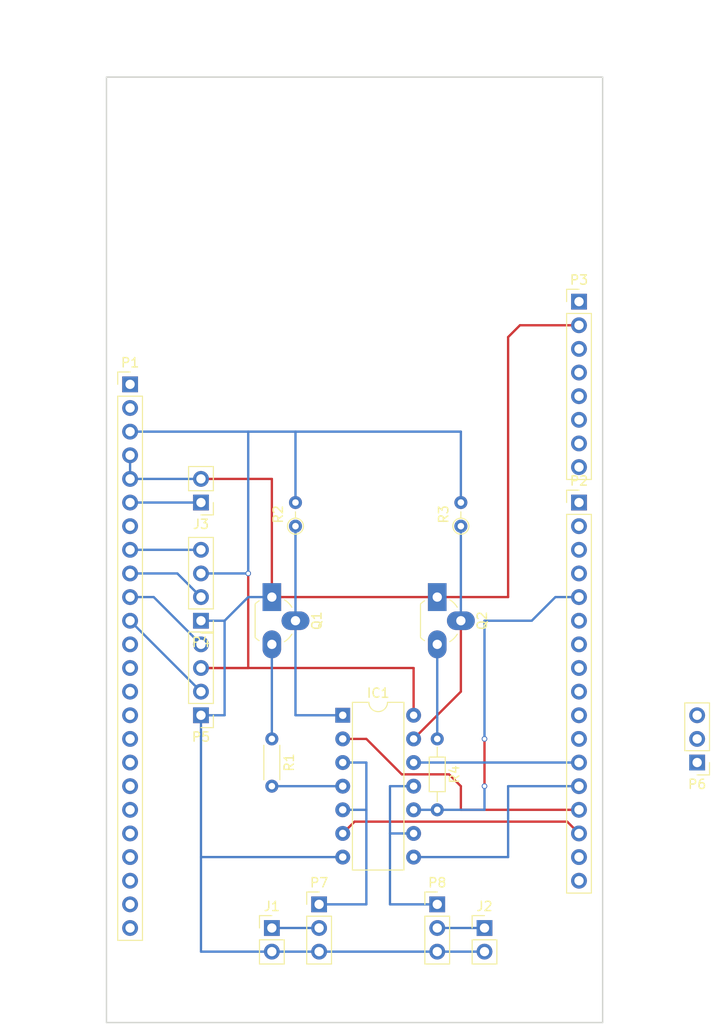
<source format=kicad_pcb>
(kicad_pcb (version 4) (host pcbnew 4.0.1-stable)

  (general
    (links 45)
    (no_connects 4)
    (area 199.314999 43.104999 252.805001 144.855001)
    (thickness 1.6)
    (drawings 19)
    (tracks 84)
    (zones 0)
    (modules 18)
    (nets 56)
  )

  (page A4)
  (layers
    (0 F.Cu signal)
    (31 B.Cu signal)
    (32 B.Adhes user)
    (33 F.Adhes user)
    (34 B.Paste user)
    (35 F.Paste user)
    (36 B.SilkS user)
    (37 F.SilkS user)
    (38 B.Mask user)
    (39 F.Mask user)
    (40 Dwgs.User user)
    (41 Cmts.User user)
    (42 Eco1.User user)
    (43 Eco2.User user)
    (44 Edge.Cuts user)
    (45 Margin user)
    (46 B.CrtYd user)
    (47 F.CrtYd user)
    (48 B.Fab user)
    (49 F.Fab user)
  )

  (setup
    (last_trace_width 0.25)
    (trace_clearance 0.2)
    (zone_clearance 0.508)
    (zone_45_only no)
    (trace_min 0.2)
    (segment_width 0.2)
    (edge_width 0.15)
    (via_size 0.6)
    (via_drill 0.4)
    (via_min_size 0.4)
    (via_min_drill 0.3)
    (uvia_size 0.3)
    (uvia_drill 0.1)
    (uvias_allowed no)
    (uvia_min_size 0.2)
    (uvia_min_drill 0.1)
    (pcb_text_width 0.3)
    (pcb_text_size 1.5 1.5)
    (mod_edge_width 0.15)
    (mod_text_size 1 1)
    (mod_text_width 0.15)
    (pad_size 1.524 1.524)
    (pad_drill 0.762)
    (pad_to_mask_clearance 0.2)
    (aux_axis_origin 0 0)
    (grid_origin 166.37 22.86)
    (visible_elements 7FFFFFFF)
    (pcbplotparams
      (layerselection 0x00030_80000001)
      (usegerberextensions false)
      (excludeedgelayer true)
      (linewidth 0.100000)
      (plotframeref false)
      (viasonmask false)
      (mode 1)
      (useauxorigin false)
      (hpglpennumber 1)
      (hpglpenspeed 20)
      (hpglpendiameter 15)
      (hpglpenoverlay 2)
      (psnegative false)
      (psa4output false)
      (plotreference true)
      (plotvalue true)
      (plotinvisibletext false)
      (padsonsilk false)
      (subtractmaskfromsilk false)
      (outputformat 1)
      (mirror false)
      (drillshape 1)
      (scaleselection 1)
      (outputdirectory ""))
  )

  (net 0 "")
  (net 1 SVH11V1)
  (net 2 CTRLGND)
  (net 3 SVV11V1)
  (net 4 5V)
  (net 5 "Net-(IC1-Pad1)")
  (net 6 "Net-(IC1-Pad13)")
  (net 7 "Net-(IC1-Pad3)")
  (net 8 "Net-(IC1-Pad11)")
  (net 9 "Net-(Q1-Pad3)")
  (net 10 "Net-(Q2-Pad3)")
  (net 11 RX2)
  (net 12 TX1)
  (net 13 D3)
  (net 14 D2)
  (net 15 TX2)
  (net 16 RX1)
  (net 17 RST)
  (net 18 3V3)
  (net 19 Vin)
  (net 20 "Net-(P1-Pad7)")
  (net 21 A0)
  (net 22 A1)
  (net 23 A2)
  (net 24 A3)
  (net 25 A4)
  (net 26 A5)
  (net 27 A6)
  (net 28 A7)
  (net 29 "Net-(P1-Pad16)")
  (net 30 A8)
  (net 31 A9)
  (net 32 A10)
  (net 33 A11)
  (net 34 A12)
  (net 35 A13)
  (net 36 A14)
  (net 37 A15)
  (net 38 D7)
  (net 39 D6)
  (net 40 D5)
  (net 41 D4)
  (net 42 TX0)
  (net 43 RX0)
  (net 44 "Net-(P2-Pad9)")
  (net 45 TX3)
  (net 46 RX3)
  (net 47 SDA)
  (net 48 SCL)
  (net 49 AREF)
  (net 50 D13)
  (net 51 D12)
  (net 52 D11)
  (net 53 D10)
  (net 54 D9)
  (net 55 D8)

  (net_class Default "これは標準のネット クラスです。"
    (clearance 0.2)
    (trace_width 0.25)
    (via_dia 0.6)
    (via_drill 0.4)
    (uvia_dia 0.3)
    (uvia_drill 0.1)
    (add_net 3V3)
    (add_net 5V)
    (add_net A0)
    (add_net A1)
    (add_net A10)
    (add_net A11)
    (add_net A12)
    (add_net A13)
    (add_net A14)
    (add_net A15)
    (add_net A2)
    (add_net A3)
    (add_net A4)
    (add_net A5)
    (add_net A6)
    (add_net A7)
    (add_net A8)
    (add_net A9)
    (add_net AREF)
    (add_net CTRLGND)
    (add_net D10)
    (add_net D11)
    (add_net D12)
    (add_net D13)
    (add_net D2)
    (add_net D3)
    (add_net D4)
    (add_net D5)
    (add_net D6)
    (add_net D7)
    (add_net D8)
    (add_net D9)
    (add_net "Net-(IC1-Pad1)")
    (add_net "Net-(IC1-Pad11)")
    (add_net "Net-(IC1-Pad13)")
    (add_net "Net-(IC1-Pad3)")
    (add_net "Net-(P1-Pad16)")
    (add_net "Net-(P1-Pad7)")
    (add_net "Net-(P2-Pad9)")
    (add_net "Net-(Q1-Pad3)")
    (add_net "Net-(Q2-Pad3)")
    (add_net RST)
    (add_net RX0)
    (add_net RX1)
    (add_net RX2)
    (add_net RX3)
    (add_net SCL)
    (add_net SDA)
    (add_net SVH11V1)
    (add_net SVV11V1)
    (add_net TX0)
    (add_net TX1)
    (add_net TX2)
    (add_net TX3)
    (add_net Vin)
  )

  (module Pin_Headers:Pin_Header_Straight_1x04_Pitch2.54mm (layer F.Cu) (tedit 58CD4EC1) (tstamp 590876CF)
    (at 209.55 101.6 180)
    (descr "Through hole straight pin header, 1x04, 2.54mm pitch, single row")
    (tags "Through hole pin header THT 1x04 2.54mm single row")
    (path /59082A0D)
    (fp_text reference P4 (at 0 -2.33 180) (layer F.SilkS)
      (effects (font (size 1 1) (thickness 0.15)))
    )
    (fp_text value JS_H (at 0 9.95 180) (layer F.Fab)
      (effects (font (size 1 1) (thickness 0.15)))
    )
    (fp_line (start -1.27 -1.27) (end -1.27 8.89) (layer F.Fab) (width 0.1))
    (fp_line (start -1.27 8.89) (end 1.27 8.89) (layer F.Fab) (width 0.1))
    (fp_line (start 1.27 8.89) (end 1.27 -1.27) (layer F.Fab) (width 0.1))
    (fp_line (start 1.27 -1.27) (end -1.27 -1.27) (layer F.Fab) (width 0.1))
    (fp_line (start -1.33 1.27) (end -1.33 8.95) (layer F.SilkS) (width 0.12))
    (fp_line (start -1.33 8.95) (end 1.33 8.95) (layer F.SilkS) (width 0.12))
    (fp_line (start 1.33 8.95) (end 1.33 1.27) (layer F.SilkS) (width 0.12))
    (fp_line (start 1.33 1.27) (end -1.33 1.27) (layer F.SilkS) (width 0.12))
    (fp_line (start -1.33 0) (end -1.33 -1.33) (layer F.SilkS) (width 0.12))
    (fp_line (start -1.33 -1.33) (end 0 -1.33) (layer F.SilkS) (width 0.12))
    (fp_line (start -1.8 -1.8) (end -1.8 9.4) (layer F.CrtYd) (width 0.05))
    (fp_line (start -1.8 9.4) (end 1.8 9.4) (layer F.CrtYd) (width 0.05))
    (fp_line (start 1.8 9.4) (end 1.8 -1.8) (layer F.CrtYd) (width 0.05))
    (fp_line (start 1.8 -1.8) (end -1.8 -1.8) (layer F.CrtYd) (width 0.05))
    (fp_text user %R (at 0 -2.33 180) (layer F.Fab)
      (effects (font (size 1 1) (thickness 0.15)))
    )
    (pad 1 thru_hole rect (at 0 0 180) (size 1.7 1.7) (drill 1) (layers *.Cu *.Mask)
      (net 2 CTRLGND))
    (pad 2 thru_hole oval (at 0 2.54 180) (size 1.7 1.7) (drill 1) (layers *.Cu *.Mask)
      (net 22 A1))
    (pad 3 thru_hole oval (at 0 5.08 180) (size 1.7 1.7) (drill 1) (layers *.Cu *.Mask)
      (net 4 5V))
    (pad 4 thru_hole oval (at 0 7.62 180) (size 1.7 1.7) (drill 1) (layers *.Cu *.Mask)
      (net 21 A0))
    (model ${KISYS3DMOD}/Pin_Headers.3dshapes/Pin_Header_Straight_1x04_Pitch2.54mm.wrl
      (at (xyz 0 -0.15 0))
      (scale (xyz 1 1 1))
      (rotate (xyz 0 0 90))
    )
  )

  (module Housings_DIP:DIP-14_W7.62mm (layer F.Cu) (tedit 58CC8E2C) (tstamp 59087678)
    (at 224.79 111.76)
    (descr "14-lead dip package, row spacing 7.62 mm (300 mils)")
    (tags "DIL DIP PDIP 2.54mm 7.62mm 300mil")
    (path /59090909)
    (fp_text reference IC1 (at 3.81 -2.39) (layer F.SilkS)
      (effects (font (size 1 1) (thickness 0.15)))
    )
    (fp_text value SN74HC125N (at 3.81 17.63) (layer F.Fab)
      (effects (font (size 1 1) (thickness 0.15)))
    )
    (fp_text user %R (at 3.81 7.62) (layer F.Fab)
      (effects (font (size 1 1) (thickness 0.15)))
    )
    (fp_line (start 1.635 -1.27) (end 6.985 -1.27) (layer F.Fab) (width 0.1))
    (fp_line (start 6.985 -1.27) (end 6.985 16.51) (layer F.Fab) (width 0.1))
    (fp_line (start 6.985 16.51) (end 0.635 16.51) (layer F.Fab) (width 0.1))
    (fp_line (start 0.635 16.51) (end 0.635 -0.27) (layer F.Fab) (width 0.1))
    (fp_line (start 0.635 -0.27) (end 1.635 -1.27) (layer F.Fab) (width 0.1))
    (fp_line (start 2.81 -1.39) (end 1.04 -1.39) (layer F.SilkS) (width 0.12))
    (fp_line (start 1.04 -1.39) (end 1.04 16.63) (layer F.SilkS) (width 0.12))
    (fp_line (start 1.04 16.63) (end 6.58 16.63) (layer F.SilkS) (width 0.12))
    (fp_line (start 6.58 16.63) (end 6.58 -1.39) (layer F.SilkS) (width 0.12))
    (fp_line (start 6.58 -1.39) (end 4.81 -1.39) (layer F.SilkS) (width 0.12))
    (fp_line (start -1.1 -1.6) (end -1.1 16.8) (layer F.CrtYd) (width 0.05))
    (fp_line (start -1.1 16.8) (end 8.7 16.8) (layer F.CrtYd) (width 0.05))
    (fp_line (start 8.7 16.8) (end 8.7 -1.6) (layer F.CrtYd) (width 0.05))
    (fp_line (start 8.7 -1.6) (end -1.1 -1.6) (layer F.CrtYd) (width 0.05))
    (fp_arc (start 3.81 -1.39) (end 2.81 -1.39) (angle -180) (layer F.SilkS) (width 0.12))
    (pad 1 thru_hole rect (at 0 0) (size 1.6 1.6) (drill 0.8) (layers *.Cu *.Mask)
      (net 5 "Net-(IC1-Pad1)"))
    (pad 8 thru_hole oval (at 7.62 15.24) (size 1.6 1.6) (drill 0.8) (layers *.Cu *.Mask)
      (net 11 RX2))
    (pad 2 thru_hole oval (at 0 2.54) (size 1.6 1.6) (drill 0.8) (layers *.Cu *.Mask)
      (net 12 TX1))
    (pad 9 thru_hole oval (at 7.62 12.7) (size 1.6 1.6) (drill 0.8) (layers *.Cu *.Mask)
      (net 8 "Net-(IC1-Pad11)"))
    (pad 3 thru_hole oval (at 0 5.08) (size 1.6 1.6) (drill 0.8) (layers *.Cu *.Mask)
      (net 7 "Net-(IC1-Pad3)"))
    (pad 10 thru_hole oval (at 7.62 10.16) (size 1.6 1.6) (drill 0.8) (layers *.Cu *.Mask)
      (net 13 D3))
    (pad 4 thru_hole oval (at 0 7.62) (size 1.6 1.6) (drill 0.8) (layers *.Cu *.Mask)
      (net 14 D2))
    (pad 11 thru_hole oval (at 7.62 7.62) (size 1.6 1.6) (drill 0.8) (layers *.Cu *.Mask)
      (net 8 "Net-(IC1-Pad11)"))
    (pad 5 thru_hole oval (at 0 10.16) (size 1.6 1.6) (drill 0.8) (layers *.Cu *.Mask)
      (net 7 "Net-(IC1-Pad3)"))
    (pad 12 thru_hole oval (at 7.62 5.08) (size 1.6 1.6) (drill 0.8) (layers *.Cu *.Mask)
      (net 15 TX2))
    (pad 6 thru_hole oval (at 0 12.7) (size 1.6 1.6) (drill 0.8) (layers *.Cu *.Mask)
      (net 16 RX1))
    (pad 13 thru_hole oval (at 7.62 2.54) (size 1.6 1.6) (drill 0.8) (layers *.Cu *.Mask)
      (net 6 "Net-(IC1-Pad13)"))
    (pad 7 thru_hole oval (at 0 15.24) (size 1.6 1.6) (drill 0.8) (layers *.Cu *.Mask)
      (net 2 CTRLGND))
    (pad 14 thru_hole oval (at 7.62 0) (size 1.6 1.6) (drill 0.8) (layers *.Cu *.Mask)
      (net 4 5V))
    (model Housings_DIP.3dshapes/DIP-14_W7.62mm.wrl
      (at (xyz 0 0 0))
      (scale (xyz 1 1 1))
      (rotate (xyz 0 0 0))
    )
  )

  (module Pin_Headers:Pin_Header_Straight_1x02_Pitch2.54mm (layer F.Cu) (tedit 58CD4EC1) (tstamp 5908767E)
    (at 217.17 134.62)
    (descr "Through hole straight pin header, 1x02, 2.54mm pitch, single row")
    (tags "Through hole pin header THT 1x02 2.54mm single row")
    (path /5908E875)
    (fp_text reference J1 (at 0 -2.33) (layer F.SilkS)
      (effects (font (size 1 1) (thickness 0.15)))
    )
    (fp_text value "B2B-XH-A(LF)(SN)" (at 0 4.87) (layer F.Fab)
      (effects (font (size 1 1) (thickness 0.15)))
    )
    (fp_line (start -1.27 -1.27) (end -1.27 3.81) (layer F.Fab) (width 0.1))
    (fp_line (start -1.27 3.81) (end 1.27 3.81) (layer F.Fab) (width 0.1))
    (fp_line (start 1.27 3.81) (end 1.27 -1.27) (layer F.Fab) (width 0.1))
    (fp_line (start 1.27 -1.27) (end -1.27 -1.27) (layer F.Fab) (width 0.1))
    (fp_line (start -1.33 1.27) (end -1.33 3.87) (layer F.SilkS) (width 0.12))
    (fp_line (start -1.33 3.87) (end 1.33 3.87) (layer F.SilkS) (width 0.12))
    (fp_line (start 1.33 3.87) (end 1.33 1.27) (layer F.SilkS) (width 0.12))
    (fp_line (start 1.33 1.27) (end -1.33 1.27) (layer F.SilkS) (width 0.12))
    (fp_line (start -1.33 0) (end -1.33 -1.33) (layer F.SilkS) (width 0.12))
    (fp_line (start -1.33 -1.33) (end 0 -1.33) (layer F.SilkS) (width 0.12))
    (fp_line (start -1.8 -1.8) (end -1.8 4.35) (layer F.CrtYd) (width 0.05))
    (fp_line (start -1.8 4.35) (end 1.8 4.35) (layer F.CrtYd) (width 0.05))
    (fp_line (start 1.8 4.35) (end 1.8 -1.8) (layer F.CrtYd) (width 0.05))
    (fp_line (start 1.8 -1.8) (end -1.8 -1.8) (layer F.CrtYd) (width 0.05))
    (fp_text user %R (at 0 -2.33) (layer F.Fab)
      (effects (font (size 1 1) (thickness 0.15)))
    )
    (pad 1 thru_hole rect (at 0 0) (size 1.7 1.7) (drill 1) (layers *.Cu *.Mask)
      (net 1 SVH11V1))
    (pad 2 thru_hole oval (at 0 2.54) (size 1.7 1.7) (drill 1) (layers *.Cu *.Mask)
      (net 2 CTRLGND))
    (model ${KISYS3DMOD}/Pin_Headers.3dshapes/Pin_Header_Straight_1x02_Pitch2.54mm.wrl
      (at (xyz 0 -0.05 0))
      (scale (xyz 1 1 1))
      (rotate (xyz 0 0 90))
    )
  )

  (module Pin_Headers:Pin_Header_Straight_1x02_Pitch2.54mm (layer F.Cu) (tedit 58CD4EC1) (tstamp 59087684)
    (at 240.03 134.62)
    (descr "Through hole straight pin header, 1x02, 2.54mm pitch, single row")
    (tags "Through hole pin header THT 1x02 2.54mm single row")
    (path /5908EA1E)
    (fp_text reference J2 (at 0 -2.33) (layer F.SilkS)
      (effects (font (size 1 1) (thickness 0.15)))
    )
    (fp_text value "B2B-XH-A(LF)(SN)" (at 0 4.87) (layer F.Fab)
      (effects (font (size 1 1) (thickness 0.15)))
    )
    (fp_line (start -1.27 -1.27) (end -1.27 3.81) (layer F.Fab) (width 0.1))
    (fp_line (start -1.27 3.81) (end 1.27 3.81) (layer F.Fab) (width 0.1))
    (fp_line (start 1.27 3.81) (end 1.27 -1.27) (layer F.Fab) (width 0.1))
    (fp_line (start 1.27 -1.27) (end -1.27 -1.27) (layer F.Fab) (width 0.1))
    (fp_line (start -1.33 1.27) (end -1.33 3.87) (layer F.SilkS) (width 0.12))
    (fp_line (start -1.33 3.87) (end 1.33 3.87) (layer F.SilkS) (width 0.12))
    (fp_line (start 1.33 3.87) (end 1.33 1.27) (layer F.SilkS) (width 0.12))
    (fp_line (start 1.33 1.27) (end -1.33 1.27) (layer F.SilkS) (width 0.12))
    (fp_line (start -1.33 0) (end -1.33 -1.33) (layer F.SilkS) (width 0.12))
    (fp_line (start -1.33 -1.33) (end 0 -1.33) (layer F.SilkS) (width 0.12))
    (fp_line (start -1.8 -1.8) (end -1.8 4.35) (layer F.CrtYd) (width 0.05))
    (fp_line (start -1.8 4.35) (end 1.8 4.35) (layer F.CrtYd) (width 0.05))
    (fp_line (start 1.8 4.35) (end 1.8 -1.8) (layer F.CrtYd) (width 0.05))
    (fp_line (start 1.8 -1.8) (end -1.8 -1.8) (layer F.CrtYd) (width 0.05))
    (fp_text user %R (at 0 -2.33) (layer F.Fab)
      (effects (font (size 1 1) (thickness 0.15)))
    )
    (pad 1 thru_hole rect (at 0 0) (size 1.7 1.7) (drill 1) (layers *.Cu *.Mask)
      (net 3 SVV11V1))
    (pad 2 thru_hole oval (at 0 2.54) (size 1.7 1.7) (drill 1) (layers *.Cu *.Mask)
      (net 2 CTRLGND))
    (model ${KISYS3DMOD}/Pin_Headers.3dshapes/Pin_Header_Straight_1x02_Pitch2.54mm.wrl
      (at (xyz 0 -0.05 0))
      (scale (xyz 1 1 1))
      (rotate (xyz 0 0 90))
    )
  )

  (module Pin_Headers:Pin_Header_Straight_1x02_Pitch2.54mm (layer F.Cu) (tedit 58CD4EC1) (tstamp 5908768A)
    (at 209.55 88.9 180)
    (descr "Through hole straight pin header, 1x02, 2.54mm pitch, single row")
    (tags "Through hole pin header THT 1x02 2.54mm single row")
    (path /5908EA84)
    (fp_text reference J3 (at 0 -2.33 180) (layer F.SilkS)
      (effects (font (size 1 1) (thickness 0.15)))
    )
    (fp_text value "B2B-XH-A(LF)(SN)" (at 0 4.87 180) (layer F.Fab)
      (effects (font (size 1 1) (thickness 0.15)))
    )
    (fp_line (start -1.27 -1.27) (end -1.27 3.81) (layer F.Fab) (width 0.1))
    (fp_line (start -1.27 3.81) (end 1.27 3.81) (layer F.Fab) (width 0.1))
    (fp_line (start 1.27 3.81) (end 1.27 -1.27) (layer F.Fab) (width 0.1))
    (fp_line (start 1.27 -1.27) (end -1.27 -1.27) (layer F.Fab) (width 0.1))
    (fp_line (start -1.33 1.27) (end -1.33 3.87) (layer F.SilkS) (width 0.12))
    (fp_line (start -1.33 3.87) (end 1.33 3.87) (layer F.SilkS) (width 0.12))
    (fp_line (start 1.33 3.87) (end 1.33 1.27) (layer F.SilkS) (width 0.12))
    (fp_line (start 1.33 1.27) (end -1.33 1.27) (layer F.SilkS) (width 0.12))
    (fp_line (start -1.33 0) (end -1.33 -1.33) (layer F.SilkS) (width 0.12))
    (fp_line (start -1.33 -1.33) (end 0 -1.33) (layer F.SilkS) (width 0.12))
    (fp_line (start -1.8 -1.8) (end -1.8 4.35) (layer F.CrtYd) (width 0.05))
    (fp_line (start -1.8 4.35) (end 1.8 4.35) (layer F.CrtYd) (width 0.05))
    (fp_line (start 1.8 4.35) (end 1.8 -1.8) (layer F.CrtYd) (width 0.05))
    (fp_line (start 1.8 -1.8) (end -1.8 -1.8) (layer F.CrtYd) (width 0.05))
    (fp_text user %R (at 0 -2.33 180) (layer F.Fab)
      (effects (font (size 1 1) (thickness 0.15)))
    )
    (pad 1 thru_hole rect (at 0 0 180) (size 1.7 1.7) (drill 1) (layers *.Cu *.Mask)
      (net 19 Vin))
    (pad 2 thru_hole oval (at 0 2.54 180) (size 1.7 1.7) (drill 1) (layers *.Cu *.Mask)
      (net 2 CTRLGND))
    (model ${KISYS3DMOD}/Pin_Headers.3dshapes/Pin_Header_Straight_1x02_Pitch2.54mm.wrl
      (at (xyz 0 -0.05 0))
      (scale (xyz 1 1 1))
      (rotate (xyz 0 0 90))
    )
  )

  (module Pin_Headers:Pin_Header_Straight_1x24_Pitch2.54mm (layer F.Cu) (tedit 58CD4EC3) (tstamp 590876A6)
    (at 201.93 76.2)
    (descr "Through hole straight pin header, 1x24, 2.54mm pitch, single row")
    (tags "Through hole pin header THT 1x24 2.54mm single row")
    (path /590871A1)
    (fp_text reference P1 (at 0 -2.33) (layer F.SilkS)
      (effects (font (size 1 1) (thickness 0.15)))
    )
    (fp_text value ANALOG (at 0 60.75) (layer F.Fab)
      (effects (font (size 1 1) (thickness 0.15)))
    )
    (fp_line (start -1.27 -1.27) (end -1.27 59.69) (layer F.Fab) (width 0.1))
    (fp_line (start -1.27 59.69) (end 1.27 59.69) (layer F.Fab) (width 0.1))
    (fp_line (start 1.27 59.69) (end 1.27 -1.27) (layer F.Fab) (width 0.1))
    (fp_line (start 1.27 -1.27) (end -1.27 -1.27) (layer F.Fab) (width 0.1))
    (fp_line (start -1.33 1.27) (end -1.33 59.75) (layer F.SilkS) (width 0.12))
    (fp_line (start -1.33 59.75) (end 1.33 59.75) (layer F.SilkS) (width 0.12))
    (fp_line (start 1.33 59.75) (end 1.33 1.27) (layer F.SilkS) (width 0.12))
    (fp_line (start 1.33 1.27) (end -1.33 1.27) (layer F.SilkS) (width 0.12))
    (fp_line (start -1.33 0) (end -1.33 -1.33) (layer F.SilkS) (width 0.12))
    (fp_line (start -1.33 -1.33) (end 0 -1.33) (layer F.SilkS) (width 0.12))
    (fp_line (start -1.8 -1.8) (end -1.8 60.2) (layer F.CrtYd) (width 0.05))
    (fp_line (start -1.8 60.2) (end 1.8 60.2) (layer F.CrtYd) (width 0.05))
    (fp_line (start 1.8 60.2) (end 1.8 -1.8) (layer F.CrtYd) (width 0.05))
    (fp_line (start 1.8 -1.8) (end -1.8 -1.8) (layer F.CrtYd) (width 0.05))
    (fp_text user %R (at 0 -2.33) (layer F.Fab)
      (effects (font (size 1 1) (thickness 0.15)))
    )
    (pad 1 thru_hole rect (at 0 0) (size 1.7 1.7) (drill 1) (layers *.Cu *.Mask)
      (net 17 RST))
    (pad 2 thru_hole oval (at 0 2.54) (size 1.7 1.7) (drill 1) (layers *.Cu *.Mask)
      (net 18 3V3))
    (pad 3 thru_hole oval (at 0 5.08) (size 1.7 1.7) (drill 1) (layers *.Cu *.Mask)
      (net 4 5V))
    (pad 4 thru_hole oval (at 0 7.62) (size 1.7 1.7) (drill 1) (layers *.Cu *.Mask)
      (net 2 CTRLGND))
    (pad 5 thru_hole oval (at 0 10.16) (size 1.7 1.7) (drill 1) (layers *.Cu *.Mask)
      (net 2 CTRLGND))
    (pad 6 thru_hole oval (at 0 12.7) (size 1.7 1.7) (drill 1) (layers *.Cu *.Mask)
      (net 19 Vin))
    (pad 7 thru_hole oval (at 0 15.24) (size 1.7 1.7) (drill 1) (layers *.Cu *.Mask)
      (net 20 "Net-(P1-Pad7)"))
    (pad 8 thru_hole oval (at 0 17.78) (size 1.7 1.7) (drill 1) (layers *.Cu *.Mask)
      (net 21 A0))
    (pad 9 thru_hole oval (at 0 20.32) (size 1.7 1.7) (drill 1) (layers *.Cu *.Mask)
      (net 22 A1))
    (pad 10 thru_hole oval (at 0 22.86) (size 1.7 1.7) (drill 1) (layers *.Cu *.Mask)
      (net 23 A2))
    (pad 11 thru_hole oval (at 0 25.4) (size 1.7 1.7) (drill 1) (layers *.Cu *.Mask)
      (net 24 A3))
    (pad 12 thru_hole oval (at 0 27.94) (size 1.7 1.7) (drill 1) (layers *.Cu *.Mask)
      (net 25 A4))
    (pad 13 thru_hole oval (at 0 30.48) (size 1.7 1.7) (drill 1) (layers *.Cu *.Mask)
      (net 26 A5))
    (pad 14 thru_hole oval (at 0 33.02) (size 1.7 1.7) (drill 1) (layers *.Cu *.Mask)
      (net 27 A6))
    (pad 15 thru_hole oval (at 0 35.56) (size 1.7 1.7) (drill 1) (layers *.Cu *.Mask)
      (net 28 A7))
    (pad 16 thru_hole oval (at 0 38.1) (size 1.7 1.7) (drill 1) (layers *.Cu *.Mask)
      (net 29 "Net-(P1-Pad16)"))
    (pad 17 thru_hole oval (at 0 40.64) (size 1.7 1.7) (drill 1) (layers *.Cu *.Mask)
      (net 30 A8))
    (pad 18 thru_hole oval (at 0 43.18) (size 1.7 1.7) (drill 1) (layers *.Cu *.Mask)
      (net 31 A9))
    (pad 19 thru_hole oval (at 0 45.72) (size 1.7 1.7) (drill 1) (layers *.Cu *.Mask)
      (net 32 A10))
    (pad 20 thru_hole oval (at 0 48.26) (size 1.7 1.7) (drill 1) (layers *.Cu *.Mask)
      (net 33 A11))
    (pad 21 thru_hole oval (at 0 50.8) (size 1.7 1.7) (drill 1) (layers *.Cu *.Mask)
      (net 34 A12))
    (pad 22 thru_hole oval (at 0 53.34) (size 1.7 1.7) (drill 1) (layers *.Cu *.Mask)
      (net 35 A13))
    (pad 23 thru_hole oval (at 0 55.88) (size 1.7 1.7) (drill 1) (layers *.Cu *.Mask)
      (net 36 A14))
    (pad 24 thru_hole oval (at 0 58.42) (size 1.7 1.7) (drill 1) (layers *.Cu *.Mask)
      (net 37 A15))
    (model ${KISYS3DMOD}/Pin_Headers.3dshapes/Pin_Header_Straight_1x24_Pitch2.54mm.wrl
      (at (xyz 0 -1.15 0))
      (scale (xyz 1 1 1))
      (rotate (xyz 0 0 90))
    )
  )

  (module Pin_Headers:Pin_Header_Straight_1x17_Pitch2.54mm (layer F.Cu) (tedit 58CD4EC2) (tstamp 590876BB)
    (at 250.19 88.9)
    (descr "Through hole straight pin header, 1x17, 2.54mm pitch, single row")
    (tags "Through hole pin header THT 1x17 2.54mm single row")
    (path /590876D1)
    (fp_text reference P2 (at 0 -2.33) (layer F.SilkS)
      (effects (font (size 1 1) (thickness 0.15)))
    )
    (fp_text value DIGITAL_L (at 0 42.97) (layer F.Fab)
      (effects (font (size 1 1) (thickness 0.15)))
    )
    (fp_line (start -1.27 -1.27) (end -1.27 41.91) (layer F.Fab) (width 0.1))
    (fp_line (start -1.27 41.91) (end 1.27 41.91) (layer F.Fab) (width 0.1))
    (fp_line (start 1.27 41.91) (end 1.27 -1.27) (layer F.Fab) (width 0.1))
    (fp_line (start 1.27 -1.27) (end -1.27 -1.27) (layer F.Fab) (width 0.1))
    (fp_line (start -1.33 1.27) (end -1.33 41.97) (layer F.SilkS) (width 0.12))
    (fp_line (start -1.33 41.97) (end 1.33 41.97) (layer F.SilkS) (width 0.12))
    (fp_line (start 1.33 41.97) (end 1.33 1.27) (layer F.SilkS) (width 0.12))
    (fp_line (start 1.33 1.27) (end -1.33 1.27) (layer F.SilkS) (width 0.12))
    (fp_line (start -1.33 0) (end -1.33 -1.33) (layer F.SilkS) (width 0.12))
    (fp_line (start -1.33 -1.33) (end 0 -1.33) (layer F.SilkS) (width 0.12))
    (fp_line (start -1.8 -1.8) (end -1.8 42.45) (layer F.CrtYd) (width 0.05))
    (fp_line (start -1.8 42.45) (end 1.8 42.45) (layer F.CrtYd) (width 0.05))
    (fp_line (start 1.8 42.45) (end 1.8 -1.8) (layer F.CrtYd) (width 0.05))
    (fp_line (start 1.8 -1.8) (end -1.8 -1.8) (layer F.CrtYd) (width 0.05))
    (fp_text user %R (at 0 -2.33) (layer F.Fab)
      (effects (font (size 1 1) (thickness 0.15)))
    )
    (pad 1 thru_hole rect (at 0 0) (size 1.7 1.7) (drill 1) (layers *.Cu *.Mask)
      (net 38 D7))
    (pad 2 thru_hole oval (at 0 2.54) (size 1.7 1.7) (drill 1) (layers *.Cu *.Mask)
      (net 39 D6))
    (pad 3 thru_hole oval (at 0 5.08) (size 1.7 1.7) (drill 1) (layers *.Cu *.Mask)
      (net 40 D5))
    (pad 4 thru_hole oval (at 0 7.62) (size 1.7 1.7) (drill 1) (layers *.Cu *.Mask)
      (net 41 D4))
    (pad 5 thru_hole oval (at 0 10.16) (size 1.7 1.7) (drill 1) (layers *.Cu *.Mask)
      (net 13 D3))
    (pad 6 thru_hole oval (at 0 12.7) (size 1.7 1.7) (drill 1) (layers *.Cu *.Mask)
      (net 14 D2))
    (pad 7 thru_hole oval (at 0 15.24) (size 1.7 1.7) (drill 1) (layers *.Cu *.Mask)
      (net 42 TX0))
    (pad 8 thru_hole oval (at 0 17.78) (size 1.7 1.7) (drill 1) (layers *.Cu *.Mask)
      (net 43 RX0))
    (pad 9 thru_hole oval (at 0 20.32) (size 1.7 1.7) (drill 1) (layers *.Cu *.Mask)
      (net 44 "Net-(P2-Pad9)"))
    (pad 10 thru_hole oval (at 0 22.86) (size 1.7 1.7) (drill 1) (layers *.Cu *.Mask)
      (net 45 TX3))
    (pad 11 thru_hole oval (at 0 25.4) (size 1.7 1.7) (drill 1) (layers *.Cu *.Mask)
      (net 46 RX3))
    (pad 12 thru_hole oval (at 0 27.94) (size 1.7 1.7) (drill 1) (layers *.Cu *.Mask)
      (net 15 TX2))
    (pad 13 thru_hole oval (at 0 30.48) (size 1.7 1.7) (drill 1) (layers *.Cu *.Mask)
      (net 11 RX2))
    (pad 14 thru_hole oval (at 0 33.02) (size 1.7 1.7) (drill 1) (layers *.Cu *.Mask)
      (net 12 TX1))
    (pad 15 thru_hole oval (at 0 35.56) (size 1.7 1.7) (drill 1) (layers *.Cu *.Mask)
      (net 16 RX1))
    (pad 16 thru_hole oval (at 0 38.1) (size 1.7 1.7) (drill 1) (layers *.Cu *.Mask)
      (net 47 SDA))
    (pad 17 thru_hole oval (at 0 40.64) (size 1.7 1.7) (drill 1) (layers *.Cu *.Mask)
      (net 48 SCL))
    (model ${KISYS3DMOD}/Pin_Headers.3dshapes/Pin_Header_Straight_1x17_Pitch2.54mm.wrl
      (at (xyz 0 -0.8 0))
      (scale (xyz 1 1 1))
      (rotate (xyz 0 0 90))
    )
  )

  (module Pin_Headers:Pin_Header_Straight_1x04_Pitch2.54mm (layer F.Cu) (tedit 58CD4EC1) (tstamp 590876D7)
    (at 209.55 111.76 180)
    (descr "Through hole straight pin header, 1x04, 2.54mm pitch, single row")
    (tags "Through hole pin header THT 1x04 2.54mm single row")
    (path /59082BA5)
    (fp_text reference P5 (at 0 -2.33 180) (layer F.SilkS)
      (effects (font (size 1 1) (thickness 0.15)))
    )
    (fp_text value JS_V (at 0 9.95 180) (layer F.Fab)
      (effects (font (size 1 1) (thickness 0.15)))
    )
    (fp_line (start -1.27 -1.27) (end -1.27 8.89) (layer F.Fab) (width 0.1))
    (fp_line (start -1.27 8.89) (end 1.27 8.89) (layer F.Fab) (width 0.1))
    (fp_line (start 1.27 8.89) (end 1.27 -1.27) (layer F.Fab) (width 0.1))
    (fp_line (start 1.27 -1.27) (end -1.27 -1.27) (layer F.Fab) (width 0.1))
    (fp_line (start -1.33 1.27) (end -1.33 8.95) (layer F.SilkS) (width 0.12))
    (fp_line (start -1.33 8.95) (end 1.33 8.95) (layer F.SilkS) (width 0.12))
    (fp_line (start 1.33 8.95) (end 1.33 1.27) (layer F.SilkS) (width 0.12))
    (fp_line (start 1.33 1.27) (end -1.33 1.27) (layer F.SilkS) (width 0.12))
    (fp_line (start -1.33 0) (end -1.33 -1.33) (layer F.SilkS) (width 0.12))
    (fp_line (start -1.33 -1.33) (end 0 -1.33) (layer F.SilkS) (width 0.12))
    (fp_line (start -1.8 -1.8) (end -1.8 9.4) (layer F.CrtYd) (width 0.05))
    (fp_line (start -1.8 9.4) (end 1.8 9.4) (layer F.CrtYd) (width 0.05))
    (fp_line (start 1.8 9.4) (end 1.8 -1.8) (layer F.CrtYd) (width 0.05))
    (fp_line (start 1.8 -1.8) (end -1.8 -1.8) (layer F.CrtYd) (width 0.05))
    (fp_text user %R (at 0 -2.33 180) (layer F.Fab)
      (effects (font (size 1 1) (thickness 0.15)))
    )
    (pad 1 thru_hole rect (at 0 0 180) (size 1.7 1.7) (drill 1) (layers *.Cu *.Mask)
      (net 2 CTRLGND))
    (pad 2 thru_hole oval (at 0 2.54 180) (size 1.7 1.7) (drill 1) (layers *.Cu *.Mask)
      (net 24 A3))
    (pad 3 thru_hole oval (at 0 5.08 180) (size 1.7 1.7) (drill 1) (layers *.Cu *.Mask)
      (net 4 5V))
    (pad 4 thru_hole oval (at 0 7.62 180) (size 1.7 1.7) (drill 1) (layers *.Cu *.Mask)
      (net 23 A2))
    (model ${KISYS3DMOD}/Pin_Headers.3dshapes/Pin_Header_Straight_1x04_Pitch2.54mm.wrl
      (at (xyz 0 -0.15 0))
      (scale (xyz 1 1 1))
      (rotate (xyz 0 0 90))
    )
  )

  (module Pin_Headers:Pin_Header_Straight_1x03_Pitch2.54mm (layer F.Cu) (tedit 58CD4EC1) (tstamp 590876DE)
    (at 262.89 116.84 180)
    (descr "Through hole straight pin header, 1x03, 2.54mm pitch, single row")
    (tags "Through hole pin header THT 1x03 2.54mm single row")
    (path /5909467D)
    (fp_text reference P6 (at 0 -2.33 180) (layer F.SilkS)
      (effects (font (size 1 1) (thickness 0.15)))
    )
    (fp_text value SDC (at 0 7.41 180) (layer F.Fab)
      (effects (font (size 1 1) (thickness 0.15)))
    )
    (fp_line (start -1.27 -1.27) (end -1.27 6.35) (layer F.Fab) (width 0.1))
    (fp_line (start -1.27 6.35) (end 1.27 6.35) (layer F.Fab) (width 0.1))
    (fp_line (start 1.27 6.35) (end 1.27 -1.27) (layer F.Fab) (width 0.1))
    (fp_line (start 1.27 -1.27) (end -1.27 -1.27) (layer F.Fab) (width 0.1))
    (fp_line (start -1.33 1.27) (end -1.33 6.41) (layer F.SilkS) (width 0.12))
    (fp_line (start -1.33 6.41) (end 1.33 6.41) (layer F.SilkS) (width 0.12))
    (fp_line (start 1.33 6.41) (end 1.33 1.27) (layer F.SilkS) (width 0.12))
    (fp_line (start 1.33 1.27) (end -1.33 1.27) (layer F.SilkS) (width 0.12))
    (fp_line (start -1.33 0) (end -1.33 -1.33) (layer F.SilkS) (width 0.12))
    (fp_line (start -1.33 -1.33) (end 0 -1.33) (layer F.SilkS) (width 0.12))
    (fp_line (start -1.8 -1.8) (end -1.8 6.85) (layer F.CrtYd) (width 0.05))
    (fp_line (start -1.8 6.85) (end 1.8 6.85) (layer F.CrtYd) (width 0.05))
    (fp_line (start 1.8 6.85) (end 1.8 -1.8) (layer F.CrtYd) (width 0.05))
    (fp_line (start 1.8 -1.8) (end -1.8 -1.8) (layer F.CrtYd) (width 0.05))
    (fp_text user %R (at 0 -2.33 180) (layer F.Fab)
      (effects (font (size 1 1) (thickness 0.15)))
    )
    (pad 1 thru_hole rect (at 0 0 180) (size 1.7 1.7) (drill 1) (layers *.Cu *.Mask)
      (net 2 CTRLGND))
    (pad 2 thru_hole oval (at 0 2.54 180) (size 1.7 1.7) (drill 1) (layers *.Cu *.Mask)
      (net 46 RX3))
    (pad 3 thru_hole oval (at 0 5.08 180) (size 1.7 1.7) (drill 1) (layers *.Cu *.Mask)
      (net 45 TX3))
    (model ${KISYS3DMOD}/Pin_Headers.3dshapes/Pin_Header_Straight_1x03_Pitch2.54mm.wrl
      (at (xyz 0 -0.1 0))
      (scale (xyz 1 1 1))
      (rotate (xyz 0 0 90))
    )
  )

  (module Pin_Headers:Pin_Header_Straight_1x03_Pitch2.54mm (layer F.Cu) (tedit 58CD4EC1) (tstamp 590876E5)
    (at 222.25 132.08)
    (descr "Through hole straight pin header, 1x03, 2.54mm pitch, single row")
    (tags "Through hole pin header THT 1x03 2.54mm single row")
    (path /5908363B)
    (fp_text reference P7 (at 0 -2.33) (layer F.SilkS)
      (effects (font (size 1 1) (thickness 0.15)))
    )
    (fp_text value SVH (at 0 7.41) (layer F.Fab)
      (effects (font (size 1 1) (thickness 0.15)))
    )
    (fp_line (start -1.27 -1.27) (end -1.27 6.35) (layer F.Fab) (width 0.1))
    (fp_line (start -1.27 6.35) (end 1.27 6.35) (layer F.Fab) (width 0.1))
    (fp_line (start 1.27 6.35) (end 1.27 -1.27) (layer F.Fab) (width 0.1))
    (fp_line (start 1.27 -1.27) (end -1.27 -1.27) (layer F.Fab) (width 0.1))
    (fp_line (start -1.33 1.27) (end -1.33 6.41) (layer F.SilkS) (width 0.12))
    (fp_line (start -1.33 6.41) (end 1.33 6.41) (layer F.SilkS) (width 0.12))
    (fp_line (start 1.33 6.41) (end 1.33 1.27) (layer F.SilkS) (width 0.12))
    (fp_line (start 1.33 1.27) (end -1.33 1.27) (layer F.SilkS) (width 0.12))
    (fp_line (start -1.33 0) (end -1.33 -1.33) (layer F.SilkS) (width 0.12))
    (fp_line (start -1.33 -1.33) (end 0 -1.33) (layer F.SilkS) (width 0.12))
    (fp_line (start -1.8 -1.8) (end -1.8 6.85) (layer F.CrtYd) (width 0.05))
    (fp_line (start -1.8 6.85) (end 1.8 6.85) (layer F.CrtYd) (width 0.05))
    (fp_line (start 1.8 6.85) (end 1.8 -1.8) (layer F.CrtYd) (width 0.05))
    (fp_line (start 1.8 -1.8) (end -1.8 -1.8) (layer F.CrtYd) (width 0.05))
    (fp_text user %R (at 0 -2.33) (layer F.Fab)
      (effects (font (size 1 1) (thickness 0.15)))
    )
    (pad 1 thru_hole rect (at 0 0) (size 1.7 1.7) (drill 1) (layers *.Cu *.Mask)
      (net 7 "Net-(IC1-Pad3)"))
    (pad 2 thru_hole oval (at 0 2.54) (size 1.7 1.7) (drill 1) (layers *.Cu *.Mask)
      (net 1 SVH11V1))
    (pad 3 thru_hole oval (at 0 5.08) (size 1.7 1.7) (drill 1) (layers *.Cu *.Mask)
      (net 2 CTRLGND))
    (model ${KISYS3DMOD}/Pin_Headers.3dshapes/Pin_Header_Straight_1x03_Pitch2.54mm.wrl
      (at (xyz 0 -0.1 0))
      (scale (xyz 1 1 1))
      (rotate (xyz 0 0 90))
    )
  )

  (module Pin_Headers:Pin_Header_Straight_1x03_Pitch2.54mm (layer F.Cu) (tedit 58CD4EC1) (tstamp 590876EC)
    (at 234.95 132.08)
    (descr "Through hole straight pin header, 1x03, 2.54mm pitch, single row")
    (tags "Through hole pin header THT 1x03 2.54mm single row")
    (path /59083798)
    (fp_text reference P8 (at 0 -2.33) (layer F.SilkS)
      (effects (font (size 1 1) (thickness 0.15)))
    )
    (fp_text value SVV (at 0 7.41) (layer F.Fab)
      (effects (font (size 1 1) (thickness 0.15)))
    )
    (fp_line (start -1.27 -1.27) (end -1.27 6.35) (layer F.Fab) (width 0.1))
    (fp_line (start -1.27 6.35) (end 1.27 6.35) (layer F.Fab) (width 0.1))
    (fp_line (start 1.27 6.35) (end 1.27 -1.27) (layer F.Fab) (width 0.1))
    (fp_line (start 1.27 -1.27) (end -1.27 -1.27) (layer F.Fab) (width 0.1))
    (fp_line (start -1.33 1.27) (end -1.33 6.41) (layer F.SilkS) (width 0.12))
    (fp_line (start -1.33 6.41) (end 1.33 6.41) (layer F.SilkS) (width 0.12))
    (fp_line (start 1.33 6.41) (end 1.33 1.27) (layer F.SilkS) (width 0.12))
    (fp_line (start 1.33 1.27) (end -1.33 1.27) (layer F.SilkS) (width 0.12))
    (fp_line (start -1.33 0) (end -1.33 -1.33) (layer F.SilkS) (width 0.12))
    (fp_line (start -1.33 -1.33) (end 0 -1.33) (layer F.SilkS) (width 0.12))
    (fp_line (start -1.8 -1.8) (end -1.8 6.85) (layer F.CrtYd) (width 0.05))
    (fp_line (start -1.8 6.85) (end 1.8 6.85) (layer F.CrtYd) (width 0.05))
    (fp_line (start 1.8 6.85) (end 1.8 -1.8) (layer F.CrtYd) (width 0.05))
    (fp_line (start 1.8 -1.8) (end -1.8 -1.8) (layer F.CrtYd) (width 0.05))
    (fp_text user %R (at 0 -2.33) (layer F.Fab)
      (effects (font (size 1 1) (thickness 0.15)))
    )
    (pad 1 thru_hole rect (at 0 0) (size 1.7 1.7) (drill 1) (layers *.Cu *.Mask)
      (net 8 "Net-(IC1-Pad11)"))
    (pad 2 thru_hole oval (at 0 2.54) (size 1.7 1.7) (drill 1) (layers *.Cu *.Mask)
      (net 3 SVV11V1))
    (pad 3 thru_hole oval (at 0 5.08) (size 1.7 1.7) (drill 1) (layers *.Cu *.Mask)
      (net 2 CTRLGND))
    (model ${KISYS3DMOD}/Pin_Headers.3dshapes/Pin_Header_Straight_1x03_Pitch2.54mm.wrl
      (at (xyz 0 -0.1 0))
      (scale (xyz 1 1 1))
      (rotate (xyz 0 0 90))
    )
  )

  (module TO_SOT_Packages_THT:TO-92_Rugged (layer F.Cu) (tedit 58CE52AF) (tstamp 590876F3)
    (at 217.17 99.06 270)
    (descr "TO-92 rugged, leads molded, wide, drill 1mm (see NXP sot054_po.pdf)")
    (tags "to-92 sc-43 sc-43a sot54 PA33 transistor")
    (path /59083F31)
    (fp_text reference Q1 (at 2.54 -4.83 270) (layer F.SilkS)
      (effects (font (size 1 1) (thickness 0.15)))
    )
    (fp_text value Q_NPN_ECB (at 2.54 2.79 270) (layer F.Fab)
      (effects (font (size 1 1) (thickness 0.15)))
    )
    (fp_text user %R (at 2.54 -4.83 270) (layer F.Fab)
      (effects (font (size 1 1) (thickness 0.15)))
    )
    (fp_line (start 0.84 1.8) (end 4.24 1.8) (layer F.SilkS) (width 0.12))
    (fp_line (start 0.8 1.75) (end 4.3 1.75) (layer F.Fab) (width 0.1))
    (fp_line (start 0.8 1.75) (end 4.3 1.75) (layer F.Fab) (width 0.1))
    (fp_line (start -1.75 -4.29) (end 6.83 -4.29) (layer F.CrtYd) (width 0.05))
    (fp_line (start -1.75 -4.29) (end -1.75 2.01) (layer F.CrtYd) (width 0.05))
    (fp_line (start 6.83 2.01) (end 6.83 -4.29) (layer F.CrtYd) (width 0.05))
    (fp_line (start 6.83 2.01) (end -1.75 2.01) (layer F.CrtYd) (width 0.05))
    (fp_arc (start 2.34 -0.1) (end 0.29 -1.35) (angle 27.25) (layer F.SilkS) (width 0.12))
    (fp_arc (start 2.74 -0.1) (end 4.79 -1.35) (angle -27.25) (layer F.SilkS) (width 0.12))
    (fp_arc (start 2.44 0.1) (end 0.74 1.8) (angle 12.99) (layer F.SilkS) (width 0.12))
    (fp_arc (start 2.64 0.1) (end 4.34 1.8) (angle -12.99) (layer F.SilkS) (width 0.12))
    (fp_arc (start 2.54 0) (end 2.54 -2.48) (angle 135) (layer F.Fab) (width 0.1))
    (fp_arc (start 2.54 0) (end 2.54 -2.48) (angle -135) (layer F.Fab) (width 0.1))
    (pad 2 thru_hole oval (at 2.54 -2.54) (size 3 2) (drill 1) (layers *.Cu *.Mask)
      (net 5 "Net-(IC1-Pad1)"))
    (pad 1 thru_hole rect (at 0 0) (size 2 3) (drill 1) (layers *.Cu *.Mask)
      (net 2 CTRLGND))
    (pad 3 thru_hole oval (at 5.08 0) (size 2 3) (drill 1) (layers *.Cu *.Mask)
      (net 9 "Net-(Q1-Pad3)"))
    (model ${KISYS3DMOD}/TO_SOT_Packages_THT.3dshapes/TO-92_Rugged.wrl
      (at (xyz 0.1 0 0))
      (scale (xyz 1 1 1))
      (rotate (xyz 0 0 -90))
    )
  )

  (module TO_SOT_Packages_THT:TO-92_Rugged (layer F.Cu) (tedit 58CE52AF) (tstamp 590876FA)
    (at 234.95 99.06 270)
    (descr "TO-92 rugged, leads molded, wide, drill 1mm (see NXP sot054_po.pdf)")
    (tags "to-92 sc-43 sc-43a sot54 PA33 transistor")
    (path /59086863)
    (fp_text reference Q2 (at 2.54 -4.83 270) (layer F.SilkS)
      (effects (font (size 1 1) (thickness 0.15)))
    )
    (fp_text value Q_NPN_ECB (at 2.54 2.79 270) (layer F.Fab)
      (effects (font (size 1 1) (thickness 0.15)))
    )
    (fp_text user %R (at 2.54 -4.83 270) (layer F.Fab)
      (effects (font (size 1 1) (thickness 0.15)))
    )
    (fp_line (start 0.84 1.8) (end 4.24 1.8) (layer F.SilkS) (width 0.12))
    (fp_line (start 0.8 1.75) (end 4.3 1.75) (layer F.Fab) (width 0.1))
    (fp_line (start 0.8 1.75) (end 4.3 1.75) (layer F.Fab) (width 0.1))
    (fp_line (start -1.75 -4.29) (end 6.83 -4.29) (layer F.CrtYd) (width 0.05))
    (fp_line (start -1.75 -4.29) (end -1.75 2.01) (layer F.CrtYd) (width 0.05))
    (fp_line (start 6.83 2.01) (end 6.83 -4.29) (layer F.CrtYd) (width 0.05))
    (fp_line (start 6.83 2.01) (end -1.75 2.01) (layer F.CrtYd) (width 0.05))
    (fp_arc (start 2.34 -0.1) (end 0.29 -1.35) (angle 27.25) (layer F.SilkS) (width 0.12))
    (fp_arc (start 2.74 -0.1) (end 4.79 -1.35) (angle -27.25) (layer F.SilkS) (width 0.12))
    (fp_arc (start 2.44 0.1) (end 0.74 1.8) (angle 12.99) (layer F.SilkS) (width 0.12))
    (fp_arc (start 2.64 0.1) (end 4.34 1.8) (angle -12.99) (layer F.SilkS) (width 0.12))
    (fp_arc (start 2.54 0) (end 2.54 -2.48) (angle 135) (layer F.Fab) (width 0.1))
    (fp_arc (start 2.54 0) (end 2.54 -2.48) (angle -135) (layer F.Fab) (width 0.1))
    (pad 2 thru_hole oval (at 2.54 -2.54) (size 3 2) (drill 1) (layers *.Cu *.Mask)
      (net 6 "Net-(IC1-Pad13)"))
    (pad 1 thru_hole rect (at 0 0) (size 2 3) (drill 1) (layers *.Cu *.Mask)
      (net 2 CTRLGND))
    (pad 3 thru_hole oval (at 5.08 0) (size 2 3) (drill 1) (layers *.Cu *.Mask)
      (net 10 "Net-(Q2-Pad3)"))
    (model ${KISYS3DMOD}/TO_SOT_Packages_THT.3dshapes/TO-92_Rugged.wrl
      (at (xyz 0.1 0 0))
      (scale (xyz 1 1 1))
      (rotate (xyz 0 0 -90))
    )
  )

  (module Resistors_ThroughHole:R_Axial_DIN0204_L3.6mm_D1.6mm_P2.54mm_Vertical (layer F.Cu) (tedit 5874F706) (tstamp 59087706)
    (at 219.71 91.44 90)
    (descr "Resistor, Axial_DIN0204 series, Axial, Vertical, pin pitch=2.54mm, 0.16666666666666666W = 1/6W, length*diameter=3.6*1.6mm^2, http://cdn-reichelt.de/documents/datenblatt/B400/1_4W%23YAG.pdf")
    (tags "Resistor Axial_DIN0204 series Axial Vertical pin pitch 2.54mm 0.16666666666666666W = 1/6W length 3.6mm diameter 1.6mm")
    (path /59085847)
    (fp_text reference R2 (at 1.27 -1.86 90) (layer F.SilkS)
      (effects (font (size 1 1) (thickness 0.15)))
    )
    (fp_text value R (at 1.27 1.86 90) (layer F.Fab)
      (effects (font (size 1 1) (thickness 0.15)))
    )
    (fp_circle (center 0 0) (end 0.8 0) (layer F.Fab) (width 0.1))
    (fp_circle (center 0 0) (end 0.86 0) (layer F.SilkS) (width 0.12))
    (fp_line (start 0 0) (end 2.54 0) (layer F.Fab) (width 0.1))
    (fp_line (start 0.86 0) (end 1.54 0) (layer F.SilkS) (width 0.12))
    (fp_line (start -1.15 -1.15) (end -1.15 1.15) (layer F.CrtYd) (width 0.05))
    (fp_line (start -1.15 1.15) (end 3.55 1.15) (layer F.CrtYd) (width 0.05))
    (fp_line (start 3.55 1.15) (end 3.55 -1.15) (layer F.CrtYd) (width 0.05))
    (fp_line (start 3.55 -1.15) (end -1.15 -1.15) (layer F.CrtYd) (width 0.05))
    (pad 1 thru_hole circle (at 0 0 90) (size 1.4 1.4) (drill 0.7) (layers *.Cu *.Mask)
      (net 5 "Net-(IC1-Pad1)"))
    (pad 2 thru_hole oval (at 2.54 0 90) (size 1.4 1.4) (drill 0.7) (layers *.Cu *.Mask)
      (net 4 5V))
    (model Resistors_THT.3dshapes/R_Axial_DIN0204_L3.6mm_D1.6mm_P2.54mm_Vertical.wrl
      (at (xyz 0 0 0))
      (scale (xyz 0.393701 0.393701 0.393701))
      (rotate (xyz 0 0 0))
    )
  )

  (module Resistors_ThroughHole:R_Axial_DIN0204_L3.6mm_D1.6mm_P2.54mm_Vertical (layer F.Cu) (tedit 5874F706) (tstamp 5908770C)
    (at 237.49 91.44 90)
    (descr "Resistor, Axial_DIN0204 series, Axial, Vertical, pin pitch=2.54mm, 0.16666666666666666W = 1/6W, length*diameter=3.6*1.6mm^2, http://cdn-reichelt.de/documents/datenblatt/B400/1_4W%23YAG.pdf")
    (tags "Resistor Axial_DIN0204 series Axial Vertical pin pitch 2.54mm 0.16666666666666666W = 1/6W length 3.6mm diameter 1.6mm")
    (path /59086871)
    (fp_text reference R3 (at 1.27 -1.86 90) (layer F.SilkS)
      (effects (font (size 1 1) (thickness 0.15)))
    )
    (fp_text value R (at 1.27 1.86 90) (layer F.Fab)
      (effects (font (size 1 1) (thickness 0.15)))
    )
    (fp_circle (center 0 0) (end 0.8 0) (layer F.Fab) (width 0.1))
    (fp_circle (center 0 0) (end 0.86 0) (layer F.SilkS) (width 0.12))
    (fp_line (start 0 0) (end 2.54 0) (layer F.Fab) (width 0.1))
    (fp_line (start 0.86 0) (end 1.54 0) (layer F.SilkS) (width 0.12))
    (fp_line (start -1.15 -1.15) (end -1.15 1.15) (layer F.CrtYd) (width 0.05))
    (fp_line (start -1.15 1.15) (end 3.55 1.15) (layer F.CrtYd) (width 0.05))
    (fp_line (start 3.55 1.15) (end 3.55 -1.15) (layer F.CrtYd) (width 0.05))
    (fp_line (start 3.55 -1.15) (end -1.15 -1.15) (layer F.CrtYd) (width 0.05))
    (pad 1 thru_hole circle (at 0 0 90) (size 1.4 1.4) (drill 0.7) (layers *.Cu *.Mask)
      (net 6 "Net-(IC1-Pad13)"))
    (pad 2 thru_hole oval (at 2.54 0 90) (size 1.4 1.4) (drill 0.7) (layers *.Cu *.Mask)
      (net 4 5V))
    (model Resistors_THT.3dshapes/R_Axial_DIN0204_L3.6mm_D1.6mm_P2.54mm_Vertical.wrl
      (at (xyz 0 0 0))
      (scale (xyz 0.393701 0.393701 0.393701))
      (rotate (xyz 0 0 0))
    )
  )

  (module Pin_Headers:Pin_Header_Straight_1x08_Pitch2.54mm (layer F.Cu) (tedit 58CD4EC1) (tstamp 590877C6)
    (at 250.19 67.31)
    (descr "Through hole straight pin header, 1x08, 2.54mm pitch, single row")
    (tags "Through hole pin header THT 1x08 2.54mm single row")
    (path /590874EC)
    (fp_text reference P3 (at 0 -2.33) (layer F.SilkS)
      (effects (font (size 1 1) (thickness 0.15)))
    )
    (fp_text value DIGITAL_H (at 0 20.11) (layer F.Fab)
      (effects (font (size 1 1) (thickness 0.15)))
    )
    (fp_line (start -1.27 -1.27) (end -1.27 19.05) (layer F.Fab) (width 0.1))
    (fp_line (start -1.27 19.05) (end 1.27 19.05) (layer F.Fab) (width 0.1))
    (fp_line (start 1.27 19.05) (end 1.27 -1.27) (layer F.Fab) (width 0.1))
    (fp_line (start 1.27 -1.27) (end -1.27 -1.27) (layer F.Fab) (width 0.1))
    (fp_line (start -1.33 1.27) (end -1.33 19.11) (layer F.SilkS) (width 0.12))
    (fp_line (start -1.33 19.11) (end 1.33 19.11) (layer F.SilkS) (width 0.12))
    (fp_line (start 1.33 19.11) (end 1.33 1.27) (layer F.SilkS) (width 0.12))
    (fp_line (start 1.33 1.27) (end -1.33 1.27) (layer F.SilkS) (width 0.12))
    (fp_line (start -1.33 0) (end -1.33 -1.33) (layer F.SilkS) (width 0.12))
    (fp_line (start -1.33 -1.33) (end 0 -1.33) (layer F.SilkS) (width 0.12))
    (fp_line (start -1.8 -1.8) (end -1.8 19.55) (layer F.CrtYd) (width 0.05))
    (fp_line (start -1.8 19.55) (end 1.8 19.55) (layer F.CrtYd) (width 0.05))
    (fp_line (start 1.8 19.55) (end 1.8 -1.8) (layer F.CrtYd) (width 0.05))
    (fp_line (start 1.8 -1.8) (end -1.8 -1.8) (layer F.CrtYd) (width 0.05))
    (fp_text user %R (at 0 -2.33) (layer F.Fab)
      (effects (font (size 1 1) (thickness 0.15)))
    )
    (pad 1 thru_hole rect (at 0 0) (size 1.7 1.7) (drill 1) (layers *.Cu *.Mask)
      (net 49 AREF))
    (pad 2 thru_hole oval (at 0 2.54) (size 1.7 1.7) (drill 1) (layers *.Cu *.Mask)
      (net 2 CTRLGND))
    (pad 3 thru_hole oval (at 0 5.08) (size 1.7 1.7) (drill 1) (layers *.Cu *.Mask)
      (net 50 D13))
    (pad 4 thru_hole oval (at 0 7.62) (size 1.7 1.7) (drill 1) (layers *.Cu *.Mask)
      (net 51 D12))
    (pad 5 thru_hole oval (at 0 10.16) (size 1.7 1.7) (drill 1) (layers *.Cu *.Mask)
      (net 52 D11))
    (pad 6 thru_hole oval (at 0 12.7) (size 1.7 1.7) (drill 1) (layers *.Cu *.Mask)
      (net 53 D10))
    (pad 7 thru_hole oval (at 0 15.24) (size 1.7 1.7) (drill 1) (layers *.Cu *.Mask)
      (net 54 D9))
    (pad 8 thru_hole oval (at 0 17.78) (size 1.7 1.7) (drill 1) (layers *.Cu *.Mask)
      (net 55 D8))
    (model ${KISYS3DMOD}/Pin_Headers.3dshapes/Pin_Header_Straight_1x08_Pitch2.54mm.wrl
      (at (xyz 0 -0.35 0))
      (scale (xyz 1 1 1))
      (rotate (xyz 0 0 90))
    )
  )

  (module Resistors_ThroughHole:R_Axial_DIN0204_L3.6mm_D1.6mm_P5.08mm_Horizontal (layer F.Cu) (tedit 5874F706) (tstamp 590881DB)
    (at 217.17 114.3 270)
    (descr "Resistor, Axial_DIN0204 series, Axial, Horizontal, pin pitch=5.08mm, 0.16666666666666666W = 1/6W, length*diameter=3.6*1.6mm^2, http://cdn-reichelt.de/documents/datenblatt/B400/1_4W%23YAG.pdf")
    (tags "Resistor Axial_DIN0204 series Axial Horizontal pin pitch 5.08mm 0.16666666666666666W = 1/6W length 3.6mm diameter 1.6mm")
    (path /59084AE6)
    (fp_text reference R1 (at 2.54 -1.86 270) (layer F.SilkS)
      (effects (font (size 1 1) (thickness 0.15)))
    )
    (fp_text value R (at 2.54 1.86 270) (layer F.Fab)
      (effects (font (size 1 1) (thickness 0.15)))
    )
    (fp_line (start 0.74 -0.8) (end 0.74 0.8) (layer F.Fab) (width 0.1))
    (fp_line (start 0.74 0.8) (end 4.34 0.8) (layer F.Fab) (width 0.1))
    (fp_line (start 4.34 0.8) (end 4.34 -0.8) (layer F.Fab) (width 0.1))
    (fp_line (start 4.34 -0.8) (end 0.74 -0.8) (layer F.Fab) (width 0.1))
    (fp_line (start 0 0) (end 0.74 0) (layer F.Fab) (width 0.1))
    (fp_line (start 5.08 0) (end 4.34 0) (layer F.Fab) (width 0.1))
    (fp_line (start 0.68 -0.86) (end 4.4 -0.86) (layer F.SilkS) (width 0.12))
    (fp_line (start 0.68 0.86) (end 4.4 0.86) (layer F.SilkS) (width 0.12))
    (fp_line (start -0.95 -1.15) (end -0.95 1.15) (layer F.CrtYd) (width 0.05))
    (fp_line (start -0.95 1.15) (end 6.05 1.15) (layer F.CrtYd) (width 0.05))
    (fp_line (start 6.05 1.15) (end 6.05 -1.15) (layer F.CrtYd) (width 0.05))
    (fp_line (start 6.05 -1.15) (end -0.95 -1.15) (layer F.CrtYd) (width 0.05))
    (pad 1 thru_hole circle (at 0 0 270) (size 1.4 1.4) (drill 0.7) (layers *.Cu *.Mask)
      (net 9 "Net-(Q1-Pad3)"))
    (pad 2 thru_hole oval (at 5.08 0 270) (size 1.4 1.4) (drill 0.7) (layers *.Cu *.Mask)
      (net 14 D2))
    (model Resistors_THT.3dshapes/R_Axial_DIN0204_L3.6mm_D1.6mm_P5.08mm_Horizontal.wrl
      (at (xyz 0 0 0))
      (scale (xyz 0.393701 0.393701 0.393701))
      (rotate (xyz 0 0 0))
    )
  )

  (module Resistors_ThroughHole:R_Axial_DIN0204_L3.6mm_D1.6mm_P7.62mm_Horizontal (layer F.Cu) (tedit 5874F706) (tstamp 590883CC)
    (at 234.95 114.3 270)
    (descr "Resistor, Axial_DIN0204 series, Axial, Horizontal, pin pitch=7.62mm, 0.16666666666666666W = 1/6W, length*diameter=3.6*1.6mm^2, http://cdn-reichelt.de/documents/datenblatt/B400/1_4W%23YAG.pdf")
    (tags "Resistor Axial_DIN0204 series Axial Horizontal pin pitch 7.62mm 0.16666666666666666W = 1/6W length 3.6mm diameter 1.6mm")
    (path /59086869)
    (fp_text reference R4 (at 3.81 -1.86 270) (layer F.SilkS)
      (effects (font (size 1 1) (thickness 0.15)))
    )
    (fp_text value R (at 3.81 1.86 270) (layer F.Fab)
      (effects (font (size 1 1) (thickness 0.15)))
    )
    (fp_line (start 2.01 -0.8) (end 2.01 0.8) (layer F.Fab) (width 0.1))
    (fp_line (start 2.01 0.8) (end 5.61 0.8) (layer F.Fab) (width 0.1))
    (fp_line (start 5.61 0.8) (end 5.61 -0.8) (layer F.Fab) (width 0.1))
    (fp_line (start 5.61 -0.8) (end 2.01 -0.8) (layer F.Fab) (width 0.1))
    (fp_line (start 0 0) (end 2.01 0) (layer F.Fab) (width 0.1))
    (fp_line (start 7.62 0) (end 5.61 0) (layer F.Fab) (width 0.1))
    (fp_line (start 1.95 -0.86) (end 1.95 0.86) (layer F.SilkS) (width 0.12))
    (fp_line (start 1.95 0.86) (end 5.67 0.86) (layer F.SilkS) (width 0.12))
    (fp_line (start 5.67 0.86) (end 5.67 -0.86) (layer F.SilkS) (width 0.12))
    (fp_line (start 5.67 -0.86) (end 1.95 -0.86) (layer F.SilkS) (width 0.12))
    (fp_line (start 0.88 0) (end 1.95 0) (layer F.SilkS) (width 0.12))
    (fp_line (start 6.74 0) (end 5.67 0) (layer F.SilkS) (width 0.12))
    (fp_line (start -0.95 -1.15) (end -0.95 1.15) (layer F.CrtYd) (width 0.05))
    (fp_line (start -0.95 1.15) (end 8.6 1.15) (layer F.CrtYd) (width 0.05))
    (fp_line (start 8.6 1.15) (end 8.6 -1.15) (layer F.CrtYd) (width 0.05))
    (fp_line (start 8.6 -1.15) (end -0.95 -1.15) (layer F.CrtYd) (width 0.05))
    (pad 1 thru_hole circle (at 0 0 270) (size 1.4 1.4) (drill 0.7) (layers *.Cu *.Mask)
      (net 10 "Net-(Q2-Pad3)"))
    (pad 2 thru_hole oval (at 7.62 0 270) (size 1.4 1.4) (drill 0.7) (layers *.Cu *.Mask)
      (net 13 D3))
    (model Resistors_THT.3dshapes/R_Axial_DIN0204_L3.6mm_D1.6mm_P7.62mm_Horizontal.wrl
      (at (xyz 0 0 0))
      (scale (xyz 0.393701 0.393701 0.393701))
      (rotate (xyz 0 0 0))
    )
  )

  (gr_text "Hole Area" (at 209.55 48.26) (layer Dwgs.User)
    (effects (font (size 1.5 1.5) (thickness 0.3)))
  )
  (gr_line (start 245.11 63.5) (end 245.11 132.08) (angle 90) (layer Dwgs.User) (width 0.2))
  (gr_line (start 250.19 45.72) (end 201.93 45.72) (angle 90) (layer Dwgs.User) (width 0.2))
  (gr_line (start 250.19 63.5) (end 250.19 45.72) (angle 90) (layer Dwgs.User) (width 0.2))
  (gr_line (start 245.11 63.5) (end 250.19 63.5) (angle 90) (layer Dwgs.User) (width 0.2))
  (gr_line (start 207.01 71.12) (end 207.01 139.7) (angle 90) (layer Dwgs.User) (width 0.2))
  (gr_line (start 247.65 132.08) (end 245.11 132.08) (angle 90) (layer Dwgs.User) (width 0.2))
  (gr_line (start 247.65 137.16) (end 247.65 132.08) (angle 90) (layer Dwgs.User) (width 0.2))
  (gr_line (start 250.19 137.16) (end 247.65 137.16) (angle 90) (layer Dwgs.User) (width 0.2))
  (gr_line (start 250.19 139.7) (end 250.19 137.16) (angle 90) (layer Dwgs.User) (width 0.2))
  (gr_line (start 207.01 139.7) (end 250.19 139.7) (angle 90) (layer Dwgs.User) (width 0.2))
  (gr_line (start 201.93 71.12) (end 207.01 71.12) (angle 90) (layer Dwgs.User) (width 0.2))
  (gr_line (start 201.93 45.72) (end 201.93 71.12) (angle 90) (layer Dwgs.User) (width 0.2))
  (gr_line (start 252.73 144.78) (end 252.73 43.18) (angle 90) (layer Edge.Cuts) (width 0.15))
  (gr_line (start 199.39 144.78) (end 252.73 144.78) (angle 90) (layer Edge.Cuts) (width 0.15))
  (gr_line (start 199.39 43.18) (end 199.39 144.78) (angle 90) (layer Edge.Cuts) (width 0.15))
  (gr_line (start 199.39 43.18) (end 252.73 43.18) (angle 90) (layer Edge.Cuts) (width 0.15))
  (dimension 101.6 (width 0.3) (layer Dwgs.User)
    (gr_text "101.600 mm" (at 194.23 93.98 270) (layer Dwgs.User)
      (effects (font (size 1.5 1.5) (thickness 0.3)))
    )
    (feature1 (pts (xy 199.39 144.78) (xy 192.88 144.78)))
    (feature2 (pts (xy 199.39 43.18) (xy 192.88 43.18)))
    (crossbar (pts (xy 195.58 43.18) (xy 195.58 144.78)))
    (arrow1a (pts (xy 195.58 144.78) (xy 194.993579 143.653496)))
    (arrow1b (pts (xy 195.58 144.78) (xy 196.166421 143.653496)))
    (arrow2a (pts (xy 195.58 43.18) (xy 194.993579 44.306504)))
    (arrow2b (pts (xy 195.58 43.18) (xy 196.166421 44.306504)))
  )
  (dimension 53.34 (width 0.3) (layer Dwgs.User)
    (gr_text "53.340 mm" (at 226.06 36.75) (layer Dwgs.User)
      (effects (font (size 1.5 1.5) (thickness 0.3)))
    )
    (feature1 (pts (xy 252.73 43.18) (xy 252.73 35.4)))
    (feature2 (pts (xy 199.39 43.18) (xy 199.39 35.4)))
    (crossbar (pts (xy 199.39 38.1) (xy 252.73 38.1)))
    (arrow1a (pts (xy 252.73 38.1) (xy 251.603496 38.686421)))
    (arrow1b (pts (xy 252.73 38.1) (xy 251.603496 37.513579)))
    (arrow2a (pts (xy 199.39 38.1) (xy 200.516504 38.686421)))
    (arrow2b (pts (xy 199.39 38.1) (xy 200.516504 37.513579)))
  )

  (segment (start 217.17 134.62) (end 222.25 134.62) (width 0.25) (layer B.Cu) (net 1))
  (segment (start 217.17 137.16) (end 209.55 137.16) (width 0.25) (layer B.Cu) (net 2) (status 400000))
  (segment (start 209.55 137.16) (end 209.55 127) (width 0.25) (layer B.Cu) (net 2) (tstamp 590884E4))
  (segment (start 234.95 99.06) (end 242.57 99.06) (width 0.25) (layer F.Cu) (net 2))
  (segment (start 243.84 69.85) (end 250.19 69.85) (width 0.25) (layer F.Cu) (net 2) (tstamp 590882D9))
  (segment (start 242.57 71.12) (end 243.84 69.85) (width 0.25) (layer F.Cu) (net 2) (tstamp 590882D6))
  (segment (start 242.57 99.06) (end 242.57 71.12) (width 0.25) (layer F.Cu) (net 2) (tstamp 590882D3))
  (segment (start 212.09 101.6) (end 212.09 111.76) (width 0.25) (layer B.Cu) (net 2))
  (segment (start 212.09 111.76) (end 209.55 111.76) (width 0.25) (layer B.Cu) (net 2) (tstamp 59088259))
  (segment (start 209.55 111.76) (end 209.55 127) (width 0.25) (layer B.Cu) (net 2))
  (segment (start 209.55 127) (end 224.79 127) (width 0.25) (layer B.Cu) (net 2) (tstamp 590881F7))
  (segment (start 209.55 101.6) (end 212.09 101.6) (width 0.25) (layer B.Cu) (net 2))
  (segment (start 214.63 99.06) (end 217.17 99.06) (width 0.25) (layer B.Cu) (net 2) (tstamp 59088051))
  (segment (start 212.09 101.6) (end 214.63 99.06) (width 0.25) (layer B.Cu) (net 2) (tstamp 5908804D))
  (segment (start 209.55 86.36) (end 217.17 86.36) (width 0.25) (layer F.Cu) (net 2))
  (segment (start 217.17 86.36) (end 217.17 99.06) (width 0.25) (layer F.Cu) (net 2) (tstamp 59088016))
  (segment (start 217.17 99.06) (end 234.95 99.06) (width 0.25) (layer F.Cu) (net 2))
  (segment (start 201.93 86.36) (end 201.93 83.82) (width 0.25) (layer B.Cu) (net 2))
  (segment (start 209.55 86.36) (end 201.93 86.36) (width 0.25) (layer B.Cu) (net 2))
  (segment (start 234.95 137.16) (end 240.03 137.16) (width 0.25) (layer B.Cu) (net 2))
  (segment (start 222.25 137.16) (end 234.95 137.16) (width 0.25) (layer B.Cu) (net 2))
  (segment (start 217.17 137.16) (end 222.25 137.16) (width 0.25) (layer B.Cu) (net 2))
  (segment (start 234.95 134.62) (end 240.03 134.62) (width 0.25) (layer B.Cu) (net 3))
  (segment (start 209.55 106.68) (end 232.41 106.68) (width 0.25) (layer F.Cu) (net 4))
  (segment (start 232.41 106.68) (end 232.41 111.76) (width 0.25) (layer F.Cu) (net 4) (tstamp 5908827C))
  (via (at 214.63 96.52) (size 0.6) (drill 0.4) (layers F.Cu B.Cu) (net 4))
  (segment (start 209.55 106.68) (end 214.63 106.68) (width 0.25) (layer F.Cu) (net 4) (tstamp 5908803A))
  (segment (start 214.63 106.68) (end 214.63 96.52) (width 0.25) (layer F.Cu) (net 4) (tstamp 59088039))
  (segment (start 209.55 96.52) (end 214.63 96.52) (width 0.25) (layer B.Cu) (net 4))
  (segment (start 214.63 96.52) (end 214.63 81.28) (width 0.25) (layer B.Cu) (net 4) (tstamp 59087E8C))
  (segment (start 219.71 88.9) (end 219.71 81.28) (width 0.25) (layer B.Cu) (net 4))
  (segment (start 201.93 81.28) (end 214.63 81.28) (width 0.25) (layer B.Cu) (net 4))
  (segment (start 214.63 81.28) (end 219.71 81.28) (width 0.25) (layer B.Cu) (net 4) (tstamp 59087E93))
  (segment (start 219.71 81.28) (end 237.49 81.28) (width 0.25) (layer B.Cu) (net 4) (tstamp 59087E8A))
  (segment (start 237.49 81.28) (end 237.49 88.9) (width 0.25) (layer B.Cu) (net 4) (tstamp 59087E85))
  (segment (start 219.71 101.6) (end 219.71 111.76) (width 0.25) (layer B.Cu) (net 5))
  (segment (start 219.71 111.76) (end 224.79 111.76) (width 0.25) (layer B.Cu) (net 5) (tstamp 5908828A))
  (segment (start 219.71 91.44) (end 219.71 101.6) (width 0.25) (layer B.Cu) (net 5))
  (segment (start 232.41 114.3) (end 237.49 109.22) (width 0.25) (layer F.Cu) (net 6))
  (segment (start 237.49 109.22) (end 237.49 101.6) (width 0.25) (layer F.Cu) (net 6) (tstamp 590882B0))
  (segment (start 237.49 91.44) (end 237.49 101.6) (width 0.25) (layer B.Cu) (net 6))
  (segment (start 224.79 121.92) (end 227.33 121.92) (width 0.25) (layer B.Cu) (net 7))
  (segment (start 222.25 132.08) (end 227.33 132.08) (width 0.25) (layer B.Cu) (net 7))
  (segment (start 227.33 116.84) (end 224.79 116.84) (width 0.25) (layer B.Cu) (net 7) (tstamp 59087B91))
  (segment (start 227.33 132.08) (end 227.33 121.92) (width 0.25) (layer B.Cu) (net 7) (tstamp 59087B90))
  (segment (start 227.33 121.92) (end 227.33 116.84) (width 0.25) (layer B.Cu) (net 7) (tstamp 59087B96))
  (segment (start 232.41 124.46) (end 229.87 124.46) (width 0.25) (layer B.Cu) (net 8))
  (segment (start 232.41 119.38) (end 229.87 119.38) (width 0.25) (layer B.Cu) (net 8))
  (segment (start 229.87 132.08) (end 234.95 132.08) (width 0.25) (layer B.Cu) (net 8) (tstamp 59087B87))
  (segment (start 229.87 119.38) (end 229.87 124.46) (width 0.25) (layer B.Cu) (net 8) (tstamp 59087B85))
  (segment (start 229.87 124.46) (end 229.87 132.08) (width 0.25) (layer B.Cu) (net 8) (tstamp 59087B8C))
  (segment (start 217.17 114.3) (end 217.17 104.14) (width 0.25) (layer B.Cu) (net 9))
  (segment (start 234.95 114.3) (end 234.95 104.14) (width 0.25) (layer B.Cu) (net 10) (status 10))
  (segment (start 250.19 119.38) (end 242.57 119.38) (width 0.25) (layer B.Cu) (net 11) (status 400000))
  (segment (start 242.57 127) (end 232.41 127) (width 0.25) (layer B.Cu) (net 11) (tstamp 59088442) (status 800000))
  (segment (start 242.57 119.38) (end 242.57 127) (width 0.25) (layer B.Cu) (net 11) (tstamp 5908843A))
  (segment (start 250.19 121.92) (end 237.49 121.92) (width 0.25) (layer F.Cu) (net 12))
  (segment (start 227.33 114.3) (end 224.79 114.3) (width 0.25) (layer F.Cu) (net 12) (tstamp 59087C20))
  (segment (start 231.14 118.11) (end 227.33 114.3) (width 0.25) (layer F.Cu) (net 12) (tstamp 59087C1C))
  (segment (start 236.22 118.11) (end 231.14 118.11) (width 0.25) (layer F.Cu) (net 12) (tstamp 59087C18))
  (segment (start 237.49 119.38) (end 236.22 118.11) (width 0.25) (layer F.Cu) (net 12) (tstamp 59087C17))
  (segment (start 237.49 121.92) (end 237.49 119.38) (width 0.25) (layer F.Cu) (net 12) (tstamp 59087C0F))
  (segment (start 234.95 121.92) (end 240.03 121.92) (width 0.25) (layer B.Cu) (net 13) (status 400000))
  (segment (start 247.65 99.06) (end 250.19 99.06) (width 0.25) (layer B.Cu) (net 13) (tstamp 59088471) (status 800000))
  (segment (start 245.11 101.6) (end 247.65 99.06) (width 0.25) (layer B.Cu) (net 13) (tstamp 5908846C))
  (segment (start 240.03 101.6) (end 245.11 101.6) (width 0.25) (layer B.Cu) (net 13) (tstamp 5908846A))
  (segment (start 240.03 114.3) (end 240.03 101.6) (width 0.25) (layer B.Cu) (net 13) (tstamp 59088469))
  (via (at 240.03 114.3) (size 0.6) (drill 0.4) (layers F.Cu B.Cu) (net 13))
  (segment (start 240.03 119.38) (end 240.03 114.3) (width 0.25) (layer F.Cu) (net 13) (tstamp 59088466))
  (via (at 240.03 119.38) (size 0.6) (drill 0.4) (layers F.Cu B.Cu) (net 13))
  (segment (start 240.03 121.92) (end 240.03 119.38) (width 0.25) (layer B.Cu) (net 13) (tstamp 59088463))
  (segment (start 232.41 121.92) (end 234.95 121.92) (width 0.25) (layer B.Cu) (net 13) (status C00000))
  (segment (start 224.79 119.38) (end 217.17 119.38) (width 0.25) (layer B.Cu) (net 14))
  (segment (start 250.19 116.84) (end 232.41 116.84) (width 0.25) (layer B.Cu) (net 15))
  (segment (start 250.19 124.46) (end 248.92 123.19) (width 0.25) (layer F.Cu) (net 16))
  (segment (start 226.06 123.19) (end 224.79 124.46) (width 0.25) (layer F.Cu) (net 16) (tstamp 59087C02))
  (segment (start 248.92 123.19) (end 226.06 123.19) (width 0.25) (layer F.Cu) (net 16) (tstamp 59087BFC))
  (segment (start 201.93 88.9) (end 209.55 88.9) (width 0.25) (layer B.Cu) (net 19))
  (segment (start 209.55 93.98) (end 201.93 93.98) (width 0.25) (layer B.Cu) (net 21))
  (segment (start 201.93 96.52) (end 207.01 96.52) (width 0.25) (layer B.Cu) (net 22))
  (segment (start 207.01 96.52) (end 209.55 99.06) (width 0.25) (layer B.Cu) (net 22) (tstamp 59087EBA))
  (segment (start 201.93 99.06) (end 204.47 99.06) (width 0.25) (layer B.Cu) (net 23))
  (segment (start 204.47 99.06) (end 209.55 104.14) (width 0.25) (layer B.Cu) (net 23) (tstamp 59087EBF))
  (segment (start 201.93 101.6) (end 209.55 109.22) (width 0.25) (layer B.Cu) (net 24))

)

</source>
